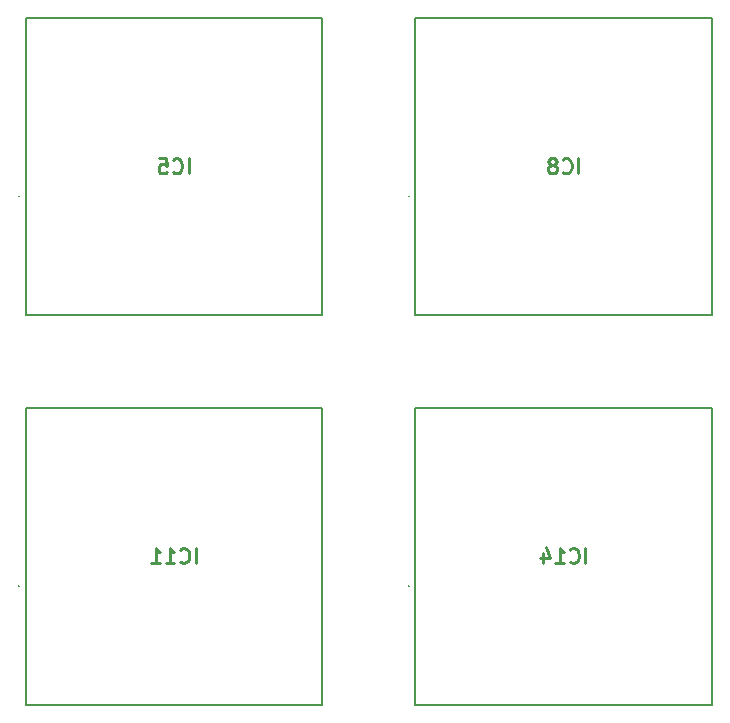
<source format=gbr>
%TF.GenerationSoftware,KiCad,Pcbnew,(6.0.4)*%
%TF.CreationDate,2022-09-16T03:15:39+09:00*%
%TF.ProjectId,gnssboard_p,676e7373-626f-4617-9264-5f702e6b6963,rev?*%
%TF.SameCoordinates,Original*%
%TF.FileFunction,Legend,Bot*%
%TF.FilePolarity,Positive*%
%FSLAX46Y46*%
G04 Gerber Fmt 4.6, Leading zero omitted, Abs format (unit mm)*
G04 Created by KiCad (PCBNEW (6.0.4)) date 2022-09-16 03:15:39*
%MOMM*%
%LPD*%
G01*
G04 APERTURE LIST*
%ADD10C,0.254000*%
%ADD11C,0.100000*%
%ADD12C,0.200000*%
G04 APERTURE END LIST*
D10*
%TO.C,IC14*%
X160864523Y-89824523D02*
X160864523Y-88554523D01*
X159534047Y-89703571D02*
X159594523Y-89764047D01*
X159775952Y-89824523D01*
X159896904Y-89824523D01*
X160078333Y-89764047D01*
X160199285Y-89643095D01*
X160259761Y-89522142D01*
X160320238Y-89280238D01*
X160320238Y-89098809D01*
X160259761Y-88856904D01*
X160199285Y-88735952D01*
X160078333Y-88615000D01*
X159896904Y-88554523D01*
X159775952Y-88554523D01*
X159594523Y-88615000D01*
X159534047Y-88675476D01*
X158324523Y-89824523D02*
X159050238Y-89824523D01*
X158687380Y-89824523D02*
X158687380Y-88554523D01*
X158808333Y-88735952D01*
X158929285Y-88856904D01*
X159050238Y-88917380D01*
X157235952Y-88977857D02*
X157235952Y-89824523D01*
X157538333Y-88494047D02*
X157840714Y-89401190D01*
X157054523Y-89401190D01*
%TO.C,IC11*%
X127864523Y-89824523D02*
X127864523Y-88554523D01*
X126534047Y-89703571D02*
X126594523Y-89764047D01*
X126775952Y-89824523D01*
X126896904Y-89824523D01*
X127078333Y-89764047D01*
X127199285Y-89643095D01*
X127259761Y-89522142D01*
X127320238Y-89280238D01*
X127320238Y-89098809D01*
X127259761Y-88856904D01*
X127199285Y-88735952D01*
X127078333Y-88615000D01*
X126896904Y-88554523D01*
X126775952Y-88554523D01*
X126594523Y-88615000D01*
X126534047Y-88675476D01*
X125324523Y-89824523D02*
X126050238Y-89824523D01*
X125687380Y-89824523D02*
X125687380Y-88554523D01*
X125808333Y-88735952D01*
X125929285Y-88856904D01*
X126050238Y-88917380D01*
X124115000Y-89824523D02*
X124840714Y-89824523D01*
X124477857Y-89824523D02*
X124477857Y-88554523D01*
X124598809Y-88735952D01*
X124719761Y-88856904D01*
X124840714Y-88917380D01*
%TO.C,IC8*%
X160259761Y-56824523D02*
X160259761Y-55554523D01*
X158929285Y-56703571D02*
X158989761Y-56764047D01*
X159171190Y-56824523D01*
X159292142Y-56824523D01*
X159473571Y-56764047D01*
X159594523Y-56643095D01*
X159655000Y-56522142D01*
X159715476Y-56280238D01*
X159715476Y-56098809D01*
X159655000Y-55856904D01*
X159594523Y-55735952D01*
X159473571Y-55615000D01*
X159292142Y-55554523D01*
X159171190Y-55554523D01*
X158989761Y-55615000D01*
X158929285Y-55675476D01*
X158203571Y-56098809D02*
X158324523Y-56038333D01*
X158385000Y-55977857D01*
X158445476Y-55856904D01*
X158445476Y-55796428D01*
X158385000Y-55675476D01*
X158324523Y-55615000D01*
X158203571Y-55554523D01*
X157961666Y-55554523D01*
X157840714Y-55615000D01*
X157780238Y-55675476D01*
X157719761Y-55796428D01*
X157719761Y-55856904D01*
X157780238Y-55977857D01*
X157840714Y-56038333D01*
X157961666Y-56098809D01*
X158203571Y-56098809D01*
X158324523Y-56159285D01*
X158385000Y-56219761D01*
X158445476Y-56340714D01*
X158445476Y-56582619D01*
X158385000Y-56703571D01*
X158324523Y-56764047D01*
X158203571Y-56824523D01*
X157961666Y-56824523D01*
X157840714Y-56764047D01*
X157780238Y-56703571D01*
X157719761Y-56582619D01*
X157719761Y-56340714D01*
X157780238Y-56219761D01*
X157840714Y-56159285D01*
X157961666Y-56098809D01*
%TO.C,IC5*%
X127259761Y-56824523D02*
X127259761Y-55554523D01*
X125929285Y-56703571D02*
X125989761Y-56764047D01*
X126171190Y-56824523D01*
X126292142Y-56824523D01*
X126473571Y-56764047D01*
X126594523Y-56643095D01*
X126655000Y-56522142D01*
X126715476Y-56280238D01*
X126715476Y-56098809D01*
X126655000Y-55856904D01*
X126594523Y-55735952D01*
X126473571Y-55615000D01*
X126292142Y-55554523D01*
X126171190Y-55554523D01*
X125989761Y-55615000D01*
X125929285Y-55675476D01*
X124780238Y-55554523D02*
X125385000Y-55554523D01*
X125445476Y-56159285D01*
X125385000Y-56098809D01*
X125264047Y-56038333D01*
X124961666Y-56038333D01*
X124840714Y-56098809D01*
X124780238Y-56159285D01*
X124719761Y-56280238D01*
X124719761Y-56582619D01*
X124780238Y-56703571D01*
X124840714Y-56764047D01*
X124961666Y-56824523D01*
X125264047Y-56824523D01*
X125385000Y-56764047D01*
X125445476Y-56703571D01*
D11*
%TO.C,IC14*%
X145920000Y-91750000D02*
G75*
G03*
X145820000Y-91750000I-50000J0D01*
G01*
X145820000Y-91750000D02*
G75*
G03*
X145920000Y-91750000I50000J0D01*
G01*
X145820000Y-91750000D02*
X145820000Y-91750000D01*
D12*
X171570000Y-76700000D02*
X146470000Y-76700000D01*
D11*
X145920000Y-91750000D02*
X145920000Y-91750000D01*
D12*
X146470000Y-101800000D02*
X171570000Y-101800000D01*
X171570000Y-101800000D02*
X171570000Y-76700000D01*
X146470000Y-76700000D02*
X146470000Y-101800000D01*
D11*
%TO.C,IC11*%
X112920000Y-91750000D02*
G75*
G03*
X112820000Y-91750000I-50000J0D01*
G01*
X112820000Y-91750000D02*
G75*
G03*
X112920000Y-91750000I50000J0D01*
G01*
X112820000Y-91750000D02*
X112820000Y-91750000D01*
D12*
X138570000Y-76700000D02*
X113470000Y-76700000D01*
D11*
X112920000Y-91750000D02*
X112920000Y-91750000D01*
D12*
X113470000Y-101800000D02*
X138570000Y-101800000D01*
X138570000Y-101800000D02*
X138570000Y-76700000D01*
X113470000Y-76700000D02*
X113470000Y-101800000D01*
D11*
%TO.C,IC8*%
X145920000Y-58750000D02*
G75*
G03*
X145820000Y-58750000I-50000J0D01*
G01*
X145820000Y-58750000D02*
G75*
G03*
X145920000Y-58750000I50000J0D01*
G01*
X145820000Y-58750000D02*
X145820000Y-58750000D01*
D12*
X171570000Y-43700000D02*
X146470000Y-43700000D01*
D11*
X145920000Y-58750000D02*
X145920000Y-58750000D01*
D12*
X146470000Y-68800000D02*
X171570000Y-68800000D01*
X171570000Y-68800000D02*
X171570000Y-43700000D01*
X146470000Y-43700000D02*
X146470000Y-68800000D01*
D11*
%TO.C,IC5*%
X112920000Y-58750000D02*
G75*
G03*
X112820000Y-58750000I-50000J0D01*
G01*
X112820000Y-58750000D02*
G75*
G03*
X112920000Y-58750000I50000J0D01*
G01*
X112820000Y-58750000D02*
X112820000Y-58750000D01*
D12*
X138570000Y-43700000D02*
X113470000Y-43700000D01*
D11*
X112920000Y-58750000D02*
X112920000Y-58750000D01*
D12*
X113470000Y-68800000D02*
X138570000Y-68800000D01*
X138570000Y-68800000D02*
X138570000Y-43700000D01*
X113470000Y-43700000D02*
X113470000Y-68800000D01*
%TD*%
M02*

</source>
